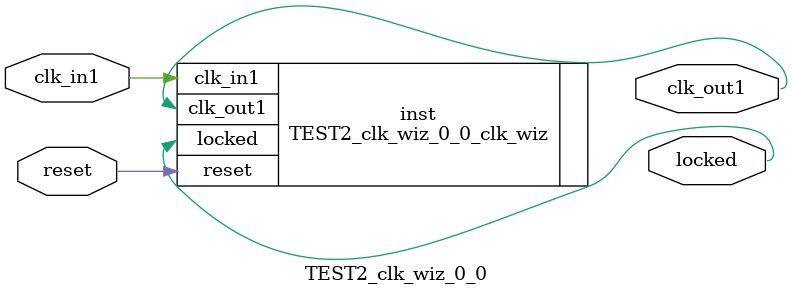
<source format=v>


`timescale 1ps/1ps

(* CORE_GENERATION_INFO = "TEST2_clk_wiz_0_0,clk_wiz_v6_0_1_0_0,{component_name=TEST2_clk_wiz_0_0,use_phase_alignment=true,use_min_o_jitter=false,use_max_i_jitter=false,use_dyn_phase_shift=false,use_inclk_switchover=false,use_dyn_reconfig=false,enable_axi=0,feedback_source=FDBK_AUTO,PRIMITIVE=PLL,num_out_clk=1,clkin1_period=8.000,clkin2_period=10.0,use_power_down=false,use_reset=true,use_locked=true,use_inclk_stopped=false,feedback_type=SINGLE,CLOCK_MGR_TYPE=NA,manual_override=false}" *)

module TEST2_clk_wiz_0_0 
 (
  // Clock out ports
  output        clk_out1,
  // Status and control signals
  input         reset,
  output        locked,
 // Clock in ports
  input         clk_in1
 );

  TEST2_clk_wiz_0_0_clk_wiz inst
  (
  // Clock out ports  
  .clk_out1(clk_out1),
  // Status and control signals               
  .reset(reset), 
  .locked(locked),
 // Clock in ports
  .clk_in1(clk_in1)
  );

endmodule

</source>
